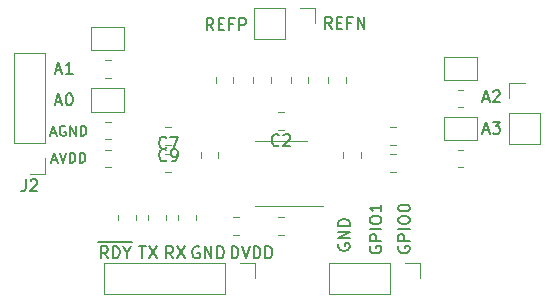
<source format=gbr>
%TF.GenerationSoftware,KiCad,Pcbnew,(5.1.9)-1*%
%TF.CreationDate,2021-03-27T14:28:13-04:00*%
%TF.ProjectId,DS2_Addon,4453325f-4164-4646-9f6e-2e6b69636164,rev?*%
%TF.SameCoordinates,Original*%
%TF.FileFunction,Legend,Top*%
%TF.FilePolarity,Positive*%
%FSLAX46Y46*%
G04 Gerber Fmt 4.6, Leading zero omitted, Abs format (unit mm)*
G04 Created by KiCad (PCBNEW (5.1.9)-1) date 2021-03-27 14:28:13*
%MOMM*%
%LPD*%
G01*
G04 APERTURE LIST*
%ADD10C,0.150000*%
%ADD11C,0.120000*%
G04 APERTURE END LIST*
D10*
X117455333Y-83961666D02*
X117860095Y-83961666D01*
X117374380Y-84204523D02*
X117657714Y-83354523D01*
X117941047Y-84204523D01*
X118102952Y-83354523D02*
X118386285Y-84204523D01*
X118669619Y-83354523D01*
X118952952Y-84204523D02*
X118952952Y-83354523D01*
X119155333Y-83354523D01*
X119276761Y-83395000D01*
X119357714Y-83475952D01*
X119398190Y-83556904D01*
X119438666Y-83718809D01*
X119438666Y-83840238D01*
X119398190Y-84002142D01*
X119357714Y-84083095D01*
X119276761Y-84164047D01*
X119155333Y-84204523D01*
X118952952Y-84204523D01*
X119802952Y-84204523D02*
X119802952Y-83354523D01*
X120005333Y-83354523D01*
X120126761Y-83395000D01*
X120207714Y-83475952D01*
X120248190Y-83556904D01*
X120288666Y-83718809D01*
X120288666Y-83840238D01*
X120248190Y-84002142D01*
X120207714Y-84083095D01*
X120126761Y-84164047D01*
X120005333Y-84204523D01*
X119802952Y-84204523D01*
X117374380Y-81675666D02*
X117779142Y-81675666D01*
X117293428Y-81918523D02*
X117576761Y-81068523D01*
X117860095Y-81918523D01*
X118588666Y-81109000D02*
X118507714Y-81068523D01*
X118386285Y-81068523D01*
X118264857Y-81109000D01*
X118183904Y-81189952D01*
X118143428Y-81270904D01*
X118102952Y-81432809D01*
X118102952Y-81554238D01*
X118143428Y-81716142D01*
X118183904Y-81797095D01*
X118264857Y-81878047D01*
X118386285Y-81918523D01*
X118467238Y-81918523D01*
X118588666Y-81878047D01*
X118629142Y-81837571D01*
X118629142Y-81554238D01*
X118467238Y-81554238D01*
X118993428Y-81918523D02*
X118993428Y-81068523D01*
X119479142Y-81918523D01*
X119479142Y-81068523D01*
X119883904Y-81918523D02*
X119883904Y-81068523D01*
X120086285Y-81068523D01*
X120207714Y-81109000D01*
X120288666Y-81189952D01*
X120329142Y-81270904D01*
X120369619Y-81432809D01*
X120369619Y-81554238D01*
X120329142Y-81716142D01*
X120288666Y-81797095D01*
X120207714Y-81878047D01*
X120086285Y-81918523D01*
X119883904Y-81918523D01*
X117776714Y-79033666D02*
X118252904Y-79033666D01*
X117681476Y-79319380D02*
X118014809Y-78319380D01*
X118348142Y-79319380D01*
X118871952Y-78319380D02*
X118967190Y-78319380D01*
X119062428Y-78367000D01*
X119110047Y-78414619D01*
X119157666Y-78509857D01*
X119205285Y-78700333D01*
X119205285Y-78938428D01*
X119157666Y-79128904D01*
X119110047Y-79224142D01*
X119062428Y-79271761D01*
X118967190Y-79319380D01*
X118871952Y-79319380D01*
X118776714Y-79271761D01*
X118729095Y-79224142D01*
X118681476Y-79128904D01*
X118633857Y-78938428D01*
X118633857Y-78700333D01*
X118681476Y-78509857D01*
X118729095Y-78414619D01*
X118776714Y-78367000D01*
X118871952Y-78319380D01*
X117776714Y-76366666D02*
X118252904Y-76366666D01*
X117681476Y-76652380D02*
X118014809Y-75652380D01*
X118348142Y-76652380D01*
X119205285Y-76652380D02*
X118633857Y-76652380D01*
X118919571Y-76652380D02*
X118919571Y-75652380D01*
X118824333Y-75795238D01*
X118729095Y-75890476D01*
X118633857Y-75938095D01*
X141144761Y-72842380D02*
X140811428Y-72366190D01*
X140573333Y-72842380D02*
X140573333Y-71842380D01*
X140954285Y-71842380D01*
X141049523Y-71890000D01*
X141097142Y-71937619D01*
X141144761Y-72032857D01*
X141144761Y-72175714D01*
X141097142Y-72270952D01*
X141049523Y-72318571D01*
X140954285Y-72366190D01*
X140573333Y-72366190D01*
X141573333Y-72318571D02*
X141906666Y-72318571D01*
X142049523Y-72842380D02*
X141573333Y-72842380D01*
X141573333Y-71842380D01*
X142049523Y-71842380D01*
X142811428Y-72318571D02*
X142478095Y-72318571D01*
X142478095Y-72842380D02*
X142478095Y-71842380D01*
X142954285Y-71842380D01*
X143335238Y-72842380D02*
X143335238Y-71842380D01*
X143906666Y-72842380D01*
X143906666Y-71842380D01*
X131135571Y-72969380D02*
X130802238Y-72493190D01*
X130564142Y-72969380D02*
X130564142Y-71969380D01*
X130945095Y-71969380D01*
X131040333Y-72017000D01*
X131087952Y-72064619D01*
X131135571Y-72159857D01*
X131135571Y-72302714D01*
X131087952Y-72397952D01*
X131040333Y-72445571D01*
X130945095Y-72493190D01*
X130564142Y-72493190D01*
X131564142Y-72445571D02*
X131897476Y-72445571D01*
X132040333Y-72969380D02*
X131564142Y-72969380D01*
X131564142Y-71969380D01*
X132040333Y-71969380D01*
X132802238Y-72445571D02*
X132468904Y-72445571D01*
X132468904Y-72969380D02*
X132468904Y-71969380D01*
X132945095Y-71969380D01*
X133326047Y-72969380D02*
X133326047Y-71969380D01*
X133706999Y-71969380D01*
X133802238Y-72017000D01*
X133849857Y-72064619D01*
X133897476Y-72159857D01*
X133897476Y-72302714D01*
X133849857Y-72397952D01*
X133802238Y-72445571D01*
X133706999Y-72493190D01*
X133326047Y-72493190D01*
X153971714Y-81446666D02*
X154447904Y-81446666D01*
X153876476Y-81732380D02*
X154209809Y-80732380D01*
X154543142Y-81732380D01*
X154781238Y-80732380D02*
X155400285Y-80732380D01*
X155066952Y-81113333D01*
X155209809Y-81113333D01*
X155305047Y-81160952D01*
X155352666Y-81208571D01*
X155400285Y-81303809D01*
X155400285Y-81541904D01*
X155352666Y-81637142D01*
X155305047Y-81684761D01*
X155209809Y-81732380D01*
X154924095Y-81732380D01*
X154828857Y-81684761D01*
X154781238Y-81637142D01*
X153971714Y-78779666D02*
X154447904Y-78779666D01*
X153876476Y-79065380D02*
X154209809Y-78065380D01*
X154543142Y-79065380D01*
X154828857Y-78160619D02*
X154876476Y-78113000D01*
X154971714Y-78065380D01*
X155209809Y-78065380D01*
X155305047Y-78113000D01*
X155352666Y-78160619D01*
X155400285Y-78255857D01*
X155400285Y-78351095D01*
X155352666Y-78493952D01*
X154781238Y-79065380D01*
X155400285Y-79065380D01*
X146820000Y-91265190D02*
X146772380Y-91360428D01*
X146772380Y-91503285D01*
X146820000Y-91646142D01*
X146915238Y-91741380D01*
X147010476Y-91789000D01*
X147200952Y-91836619D01*
X147343809Y-91836619D01*
X147534285Y-91789000D01*
X147629523Y-91741380D01*
X147724761Y-91646142D01*
X147772380Y-91503285D01*
X147772380Y-91408047D01*
X147724761Y-91265190D01*
X147677142Y-91217571D01*
X147343809Y-91217571D01*
X147343809Y-91408047D01*
X147772380Y-90789000D02*
X146772380Y-90789000D01*
X146772380Y-90408047D01*
X146820000Y-90312809D01*
X146867619Y-90265190D01*
X146962857Y-90217571D01*
X147105714Y-90217571D01*
X147200952Y-90265190D01*
X147248571Y-90312809D01*
X147296190Y-90408047D01*
X147296190Y-90789000D01*
X147772380Y-89789000D02*
X146772380Y-89789000D01*
X146772380Y-89122333D02*
X146772380Y-88931857D01*
X146820000Y-88836619D01*
X146915238Y-88741380D01*
X147105714Y-88693761D01*
X147439047Y-88693761D01*
X147629523Y-88741380D01*
X147724761Y-88836619D01*
X147772380Y-88931857D01*
X147772380Y-89122333D01*
X147724761Y-89217571D01*
X147629523Y-89312809D01*
X147439047Y-89360428D01*
X147105714Y-89360428D01*
X146915238Y-89312809D01*
X146820000Y-89217571D01*
X146772380Y-89122333D01*
X146772380Y-88074714D02*
X146772380Y-87979476D01*
X146820000Y-87884238D01*
X146867619Y-87836619D01*
X146962857Y-87789000D01*
X147153333Y-87741380D01*
X147391428Y-87741380D01*
X147581904Y-87789000D01*
X147677142Y-87836619D01*
X147724761Y-87884238D01*
X147772380Y-87979476D01*
X147772380Y-88074714D01*
X147724761Y-88169952D01*
X147677142Y-88217571D01*
X147581904Y-88265190D01*
X147391428Y-88312809D01*
X147153333Y-88312809D01*
X146962857Y-88265190D01*
X146867619Y-88217571D01*
X146820000Y-88169952D01*
X146772380Y-88074714D01*
X144407000Y-91265190D02*
X144359380Y-91360428D01*
X144359380Y-91503285D01*
X144407000Y-91646142D01*
X144502238Y-91741380D01*
X144597476Y-91789000D01*
X144787952Y-91836619D01*
X144930809Y-91836619D01*
X145121285Y-91789000D01*
X145216523Y-91741380D01*
X145311761Y-91646142D01*
X145359380Y-91503285D01*
X145359380Y-91408047D01*
X145311761Y-91265190D01*
X145264142Y-91217571D01*
X144930809Y-91217571D01*
X144930809Y-91408047D01*
X145359380Y-90789000D02*
X144359380Y-90789000D01*
X144359380Y-90408047D01*
X144407000Y-90312809D01*
X144454619Y-90265190D01*
X144549857Y-90217571D01*
X144692714Y-90217571D01*
X144787952Y-90265190D01*
X144835571Y-90312809D01*
X144883190Y-90408047D01*
X144883190Y-90789000D01*
X145359380Y-89789000D02*
X144359380Y-89789000D01*
X144359380Y-89122333D02*
X144359380Y-88931857D01*
X144407000Y-88836619D01*
X144502238Y-88741380D01*
X144692714Y-88693761D01*
X145026047Y-88693761D01*
X145216523Y-88741380D01*
X145311761Y-88836619D01*
X145359380Y-88931857D01*
X145359380Y-89122333D01*
X145311761Y-89217571D01*
X145216523Y-89312809D01*
X145026047Y-89360428D01*
X144692714Y-89360428D01*
X144502238Y-89312809D01*
X144407000Y-89217571D01*
X144359380Y-89122333D01*
X145359380Y-87741380D02*
X145359380Y-88312809D01*
X145359380Y-88027095D02*
X144359380Y-88027095D01*
X144502238Y-88122333D01*
X144597476Y-88217571D01*
X144645095Y-88312809D01*
X141740000Y-91058904D02*
X141692380Y-91154142D01*
X141692380Y-91297000D01*
X141740000Y-91439857D01*
X141835238Y-91535095D01*
X141930476Y-91582714D01*
X142120952Y-91630333D01*
X142263809Y-91630333D01*
X142454285Y-91582714D01*
X142549523Y-91535095D01*
X142644761Y-91439857D01*
X142692380Y-91297000D01*
X142692380Y-91201761D01*
X142644761Y-91058904D01*
X142597142Y-91011285D01*
X142263809Y-91011285D01*
X142263809Y-91201761D01*
X142692380Y-90582714D02*
X141692380Y-90582714D01*
X142692380Y-90011285D01*
X141692380Y-90011285D01*
X142692380Y-89535095D02*
X141692380Y-89535095D01*
X141692380Y-89297000D01*
X141740000Y-89154142D01*
X141835238Y-89058904D01*
X141930476Y-89011285D01*
X142120952Y-88963666D01*
X142263809Y-88963666D01*
X142454285Y-89011285D01*
X142549523Y-89058904D01*
X142644761Y-89154142D01*
X142692380Y-89297000D01*
X142692380Y-89535095D01*
X132675523Y-92273380D02*
X132675523Y-91273380D01*
X132913619Y-91273380D01*
X133056476Y-91321000D01*
X133151714Y-91416238D01*
X133199333Y-91511476D01*
X133246952Y-91701952D01*
X133246952Y-91844809D01*
X133199333Y-92035285D01*
X133151714Y-92130523D01*
X133056476Y-92225761D01*
X132913619Y-92273380D01*
X132675523Y-92273380D01*
X133532666Y-91273380D02*
X133866000Y-92273380D01*
X134199333Y-91273380D01*
X134532666Y-92273380D02*
X134532666Y-91273380D01*
X134770761Y-91273380D01*
X134913619Y-91321000D01*
X135008857Y-91416238D01*
X135056476Y-91511476D01*
X135104095Y-91701952D01*
X135104095Y-91844809D01*
X135056476Y-92035285D01*
X135008857Y-92130523D01*
X134913619Y-92225761D01*
X134770761Y-92273380D01*
X134532666Y-92273380D01*
X135532666Y-92273380D02*
X135532666Y-91273380D01*
X135770761Y-91273380D01*
X135913619Y-91321000D01*
X136008857Y-91416238D01*
X136056476Y-91511476D01*
X136104095Y-91701952D01*
X136104095Y-91844809D01*
X136056476Y-92035285D01*
X136008857Y-92130523D01*
X135913619Y-92225761D01*
X135770761Y-92273380D01*
X135532666Y-92273380D01*
X129921095Y-91321000D02*
X129825857Y-91273380D01*
X129683000Y-91273380D01*
X129540142Y-91321000D01*
X129444904Y-91416238D01*
X129397285Y-91511476D01*
X129349666Y-91701952D01*
X129349666Y-91844809D01*
X129397285Y-92035285D01*
X129444904Y-92130523D01*
X129540142Y-92225761D01*
X129683000Y-92273380D01*
X129778238Y-92273380D01*
X129921095Y-92225761D01*
X129968714Y-92178142D01*
X129968714Y-91844809D01*
X129778238Y-91844809D01*
X130397285Y-92273380D02*
X130397285Y-91273380D01*
X130968714Y-92273380D01*
X130968714Y-91273380D01*
X131444904Y-92273380D02*
X131444904Y-91273380D01*
X131683000Y-91273380D01*
X131825857Y-91321000D01*
X131921095Y-91416238D01*
X131968714Y-91511476D01*
X132016333Y-91701952D01*
X132016333Y-91844809D01*
X131968714Y-92035285D01*
X131921095Y-92130523D01*
X131825857Y-92225761D01*
X131683000Y-92273380D01*
X131444904Y-92273380D01*
X127722333Y-92273380D02*
X127389000Y-91797190D01*
X127150904Y-92273380D02*
X127150904Y-91273380D01*
X127531857Y-91273380D01*
X127627095Y-91321000D01*
X127674714Y-91368619D01*
X127722333Y-91463857D01*
X127722333Y-91606714D01*
X127674714Y-91701952D01*
X127627095Y-91749571D01*
X127531857Y-91797190D01*
X127150904Y-91797190D01*
X128055666Y-91273380D02*
X128722333Y-92273380D01*
X128722333Y-91273380D02*
X128055666Y-92273380D01*
X124841095Y-91273380D02*
X125412523Y-91273380D01*
X125126809Y-92273380D02*
X125126809Y-91273380D01*
X125650619Y-91273380D02*
X126317285Y-92273380D01*
X126317285Y-91273380D02*
X125650619Y-92273380D01*
X121380428Y-90906000D02*
X122380428Y-90906000D01*
X122189952Y-92273380D02*
X121856619Y-91797190D01*
X121618523Y-92273380D02*
X121618523Y-91273380D01*
X121999476Y-91273380D01*
X122094714Y-91321000D01*
X122142333Y-91368619D01*
X122189952Y-91463857D01*
X122189952Y-91606714D01*
X122142333Y-91701952D01*
X122094714Y-91749571D01*
X121999476Y-91797190D01*
X121618523Y-91797190D01*
X122380428Y-90906000D02*
X123380428Y-90906000D01*
X122618523Y-92273380D02*
X122618523Y-91273380D01*
X122856619Y-91273380D01*
X122999476Y-91321000D01*
X123094714Y-91416238D01*
X123142333Y-91511476D01*
X123189952Y-91701952D01*
X123189952Y-91844809D01*
X123142333Y-92035285D01*
X123094714Y-92130523D01*
X122999476Y-92225761D01*
X122856619Y-92273380D01*
X122618523Y-92273380D01*
X123380428Y-90906000D02*
X124237571Y-90906000D01*
X123809000Y-91797190D02*
X123809000Y-92273380D01*
X123475666Y-91273380D02*
X123809000Y-91797190D01*
X124142333Y-91273380D01*
D11*
%TO.C,C1*%
X139165000Y-77433752D02*
X139165000Y-76911248D01*
X137695000Y-77433752D02*
X137695000Y-76911248D01*
%TO.C,C2*%
X137101252Y-81380000D02*
X136578748Y-81380000D01*
X137101252Y-79910000D02*
X136578748Y-79910000D01*
%TO.C,C3*%
X135990000Y-76911248D02*
X135990000Y-77433752D01*
X134520000Y-76911248D02*
X134520000Y-77433752D01*
%TO.C,C4*%
X121978748Y-84555000D02*
X122501252Y-84555000D01*
X121978748Y-83085000D02*
X122501252Y-83085000D01*
%TO.C,C5*%
X133296252Y-88800000D02*
X132773748Y-88800000D01*
X133296252Y-90270000D02*
X132773748Y-90270000D01*
%TO.C,C6*%
X136578748Y-88800000D02*
X137101252Y-88800000D01*
X136578748Y-90270000D02*
X137101252Y-90270000D01*
%TO.C,C7*%
X127058748Y-83485000D02*
X127581252Y-83485000D01*
X127058748Y-84955000D02*
X127581252Y-84955000D01*
%TO.C,C8*%
X130075000Y-83761252D02*
X130075000Y-83238748D01*
X131545000Y-83761252D02*
X131545000Y-83238748D01*
%TO.C,C9*%
X127581252Y-81180000D02*
X127058748Y-81180000D01*
X127581252Y-82650000D02*
X127058748Y-82650000D01*
%TO.C,C10*%
X146631252Y-81180000D02*
X146108748Y-81180000D01*
X146631252Y-82650000D02*
X146108748Y-82650000D01*
%TO.C,C11*%
X142140000Y-83238748D02*
X142140000Y-83761252D01*
X143610000Y-83238748D02*
X143610000Y-83761252D01*
%TO.C,C12*%
X146108748Y-83485000D02*
X146631252Y-83485000D01*
X146108748Y-84955000D02*
X146631252Y-84955000D01*
%TO.C,J1*%
X121860000Y-92650000D02*
X121860000Y-95310000D01*
X132080000Y-92650000D02*
X121860000Y-92650000D01*
X132080000Y-95310000D02*
X121860000Y-95310000D01*
X132080000Y-92650000D02*
X132080000Y-95310000D01*
X133350000Y-92650000D02*
X134680000Y-92650000D01*
X134680000Y-92650000D02*
X134680000Y-93980000D01*
%TO.C,JP1*%
X123590000Y-77875000D02*
X123590000Y-79875000D01*
X120790000Y-77875000D02*
X123590000Y-77875000D01*
X120790000Y-79875000D02*
X120790000Y-77875000D01*
X123590000Y-79875000D02*
X120790000Y-79875000D01*
%TO.C,JP2*%
X123590000Y-74660000D02*
X120790000Y-74660000D01*
X120790000Y-74660000D02*
X120790000Y-72660000D01*
X120790000Y-72660000D02*
X123590000Y-72660000D01*
X123590000Y-72660000D02*
X123590000Y-74660000D01*
%TO.C,JP3*%
X150612500Y-75200000D02*
X153412500Y-75200000D01*
X153412500Y-75200000D02*
X153412500Y-77200000D01*
X153412500Y-77200000D02*
X150612500Y-77200000D01*
X150612500Y-77200000D02*
X150612500Y-75200000D01*
%TO.C,JP4*%
X150612500Y-82280000D02*
X150612500Y-80280000D01*
X153412500Y-82280000D02*
X150612500Y-82280000D01*
X153412500Y-80280000D02*
X153412500Y-82280000D01*
X150612500Y-80280000D02*
X153412500Y-80280000D01*
%TO.C,R1*%
X142340000Y-77419564D02*
X142340000Y-76965436D01*
X140870000Y-77419564D02*
X140870000Y-76965436D01*
%TO.C,R2*%
X132815000Y-76965436D02*
X132815000Y-77419564D01*
X131345000Y-76965436D02*
X131345000Y-77419564D01*
%TO.C,R3*%
X128170000Y-89062064D02*
X128170000Y-88607936D01*
X129640000Y-89062064D02*
X129640000Y-88607936D01*
%TO.C,R4*%
X127100000Y-89062064D02*
X127100000Y-88607936D01*
X125630000Y-89062064D02*
X125630000Y-88607936D01*
%TO.C,R5*%
X124560000Y-88607936D02*
X124560000Y-89062064D01*
X123090000Y-88607936D02*
X123090000Y-89062064D01*
%TO.C,R6*%
X122447064Y-80747500D02*
X121992936Y-80747500D01*
X122447064Y-82217500D02*
X121992936Y-82217500D01*
%TO.C,R7*%
X121992936Y-75532500D02*
X122447064Y-75532500D01*
X121992936Y-77002500D02*
X122447064Y-77002500D01*
%TO.C,R8*%
X151815436Y-78005000D02*
X152269564Y-78005000D01*
X151815436Y-79475000D02*
X152269564Y-79475000D01*
%TO.C,R9*%
X152269564Y-83085000D02*
X151815436Y-83085000D01*
X152269564Y-84555000D02*
X151815436Y-84555000D01*
%TO.C,U1*%
X136842500Y-82355000D02*
X134642500Y-82355000D01*
X136842500Y-82355000D02*
X139042500Y-82355000D01*
X136842500Y-87825000D02*
X134642500Y-87825000D01*
X136842500Y-87825000D02*
X140442500Y-87825000D01*
%TO.C,J3*%
X140910000Y-92650000D02*
X140910000Y-95310000D01*
X146050000Y-92650000D02*
X140910000Y-92650000D01*
X146050000Y-95310000D02*
X140910000Y-95310000D01*
X146050000Y-92650000D02*
X146050000Y-95310000D01*
X147320000Y-92650000D02*
X148650000Y-92650000D01*
X148650000Y-92650000D02*
X148650000Y-93980000D01*
%TO.C,J2*%
X116900000Y-74870000D02*
X114240000Y-74870000D01*
X116900000Y-82550000D02*
X116900000Y-74870000D01*
X114240000Y-82550000D02*
X114240000Y-74870000D01*
X116900000Y-82550000D02*
X114240000Y-82550000D01*
X116900000Y-83820000D02*
X116900000Y-85150000D01*
X116900000Y-85150000D02*
X115570000Y-85150000D01*
%TO.C,J5*%
X156150000Y-82610000D02*
X158810000Y-82610000D01*
X156150000Y-80010000D02*
X156150000Y-82610000D01*
X158810000Y-80010000D02*
X158810000Y-82610000D01*
X156150000Y-80010000D02*
X158810000Y-80010000D01*
X156150000Y-78740000D02*
X156150000Y-77410000D01*
X156150000Y-77410000D02*
X157480000Y-77410000D01*
%TO.C,J4*%
X134560000Y-71060000D02*
X134560000Y-73720000D01*
X137160000Y-71060000D02*
X134560000Y-71060000D01*
X137160000Y-73720000D02*
X134560000Y-73720000D01*
X137160000Y-71060000D02*
X137160000Y-73720000D01*
X138430000Y-71060000D02*
X139760000Y-71060000D01*
X139760000Y-71060000D02*
X139760000Y-72390000D01*
%TO.C,C2*%
D10*
X136673333Y-82682142D02*
X136625714Y-82729761D01*
X136482857Y-82777380D01*
X136387619Y-82777380D01*
X136244761Y-82729761D01*
X136149523Y-82634523D01*
X136101904Y-82539285D01*
X136054285Y-82348809D01*
X136054285Y-82205952D01*
X136101904Y-82015476D01*
X136149523Y-81920238D01*
X136244761Y-81825000D01*
X136387619Y-81777380D01*
X136482857Y-81777380D01*
X136625714Y-81825000D01*
X136673333Y-81872619D01*
X137054285Y-81872619D02*
X137101904Y-81825000D01*
X137197142Y-81777380D01*
X137435238Y-81777380D01*
X137530476Y-81825000D01*
X137578095Y-81872619D01*
X137625714Y-81967857D01*
X137625714Y-82063095D01*
X137578095Y-82205952D01*
X137006666Y-82777380D01*
X137625714Y-82777380D01*
%TO.C,C7*%
X127153333Y-82897142D02*
X127105714Y-82944761D01*
X126962857Y-82992380D01*
X126867619Y-82992380D01*
X126724761Y-82944761D01*
X126629523Y-82849523D01*
X126581904Y-82754285D01*
X126534285Y-82563809D01*
X126534285Y-82420952D01*
X126581904Y-82230476D01*
X126629523Y-82135238D01*
X126724761Y-82040000D01*
X126867619Y-81992380D01*
X126962857Y-81992380D01*
X127105714Y-82040000D01*
X127153333Y-82087619D01*
X127486666Y-81992380D02*
X128153333Y-81992380D01*
X127724761Y-82992380D01*
%TO.C,C9*%
X127153333Y-83952142D02*
X127105714Y-83999761D01*
X126962857Y-84047380D01*
X126867619Y-84047380D01*
X126724761Y-83999761D01*
X126629523Y-83904523D01*
X126581904Y-83809285D01*
X126534285Y-83618809D01*
X126534285Y-83475952D01*
X126581904Y-83285476D01*
X126629523Y-83190238D01*
X126724761Y-83095000D01*
X126867619Y-83047380D01*
X126962857Y-83047380D01*
X127105714Y-83095000D01*
X127153333Y-83142619D01*
X127629523Y-84047380D02*
X127820000Y-84047380D01*
X127915238Y-83999761D01*
X127962857Y-83952142D01*
X128058095Y-83809285D01*
X128105714Y-83618809D01*
X128105714Y-83237857D01*
X128058095Y-83142619D01*
X128010476Y-83095000D01*
X127915238Y-83047380D01*
X127724761Y-83047380D01*
X127629523Y-83095000D01*
X127581904Y-83142619D01*
X127534285Y-83237857D01*
X127534285Y-83475952D01*
X127581904Y-83571190D01*
X127629523Y-83618809D01*
X127724761Y-83666428D01*
X127915238Y-83666428D01*
X128010476Y-83618809D01*
X128058095Y-83571190D01*
X128105714Y-83475952D01*
%TO.C,J2*%
X115236666Y-85602380D02*
X115236666Y-86316666D01*
X115189047Y-86459523D01*
X115093809Y-86554761D01*
X114950952Y-86602380D01*
X114855714Y-86602380D01*
X115665238Y-85697619D02*
X115712857Y-85650000D01*
X115808095Y-85602380D01*
X116046190Y-85602380D01*
X116141428Y-85650000D01*
X116189047Y-85697619D01*
X116236666Y-85792857D01*
X116236666Y-85888095D01*
X116189047Y-86030952D01*
X115617619Y-86602380D01*
X116236666Y-86602380D01*
%TD*%
M02*

</source>
